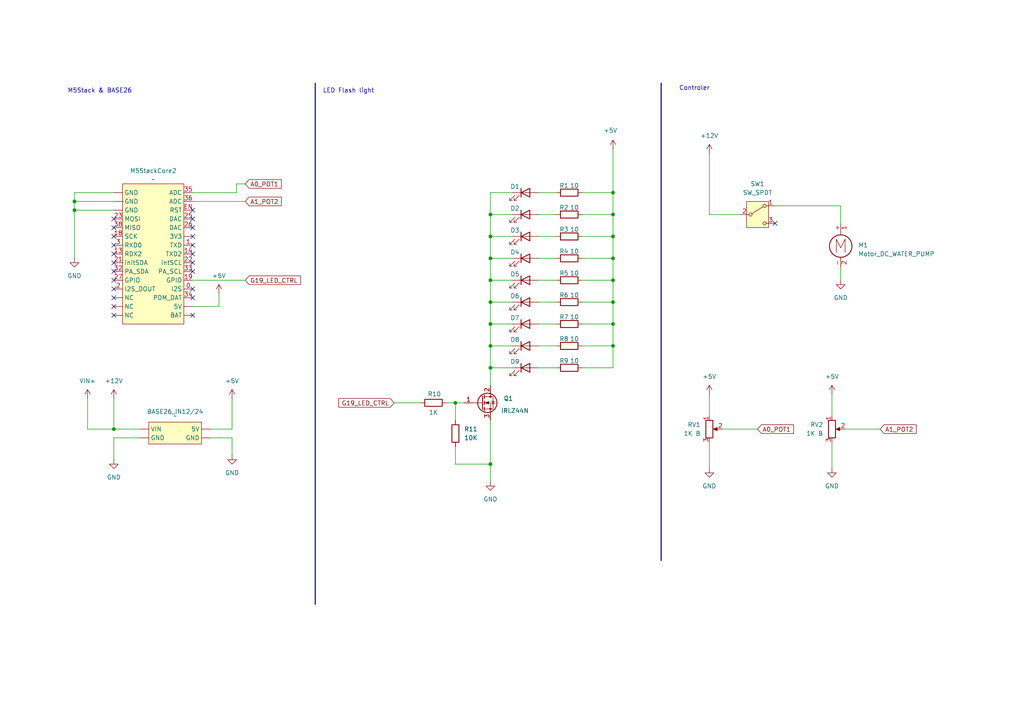
<source format=kicad_sch>
(kicad_sch (version 20231120) (generator "eeschema") (generator_version "8.0")
  (paper "A4")
  (lib_symbols
    (symbol "Device:LED" (pin_numbers hide) (pin_names (offset 1.016) hide)
      (property "Reference" "D" (at 0 2.54 0))
      (property "Value" "LED" (at 0 -2.54 0))
      (symbol "LED_0_1"
        (polyline (pts (xy -1.27 -1.27) (xy -1.27 1.27)) (stroke (width 0.254)))
        (polyline (pts (xy -1.27 0) (xy 1.27 0)))
        (polyline (pts (xy 1.27 -1.27) (xy 1.27 1.27) (xy -1.27 0) (xy 1.27 -1.27)) (stroke (width 0.254)))
        (polyline (pts (xy -3.048 -0.762) (xy -4.572 -2.286) (xy -3.81 -2.286) (xy -4.572 -2.286) (xy -4.572 -1.524)))
        (polyline (pts (xy -1.778 -0.762) (xy -3.302 -2.286) (xy -2.54 -2.286) (xy -3.302 -2.286) (xy -3.302 -1.524)))
      )
      (symbol "LED_1_1"
        (pin passive line (at -3.81 0 0) (length 2.54) (name "K") (number "1"))
        (pin passive line (at 3.81 0 180) (length 2.54) (name "A") (number "2"))
      )
    )
    (symbol "Device:R" (pin_numbers hide) (pin_names (offset 0))
      (property "Reference" "R" (at 2.032 0 90))
      (property "Value" "R" (at 0 0 90))
      (symbol "R_0_1"
        (rectangle (start -1.016 -2.54) (end 1.016 2.54) (stroke (width 0.254)))
      )
      (symbol "R_1_1"
        (pin passive line (at 0 3.81 270) (length 1.27) (name "~") (number "1"))
        (pin passive line (at 0 -3.81 90) (length 1.27) (name "~") (number "2"))
      )
    )
    (symbol "Device:R_Potentiometer" (pin_names (offset 1.016) hide)
      (property "Reference" "RV" (at -4.445 0 90))
      (property "Value" "R_Potentiometer" (at -2.54 0 90))
      (symbol "R_Potentiometer_0_1"
        (polyline (pts (xy 2.54 0) (xy 1.524 0)))
        (polyline (pts (xy 1.143 0) (xy 2.286 0.508) (xy 2.286 -0.508) (xy 1.143 0)) (fill (type outline)))
        (rectangle (start 1.016 2.54) (end -1.016 -2.54) (stroke (width 0.254)))
      )
      (symbol "R_Potentiometer_1_1"
        (pin passive line (at 0 3.81 270) (length 1.27) (name "1") (number "1"))
        (pin passive line (at 3.81 0 180) (length 1.27) (name "2") (number "2"))
        (pin passive line (at 0 -3.81 90) (length 1.27) (name "3") (number "3"))
      )
    )
    (symbol "Motor:Motor_DC" (pin_names (offset 0))
      (property "Reference" "M" (at 2.54 2.54 0))
      (property "Value" "Motor_DC" (at 2.54 -5.08 0))
      (symbol "Motor_DC_0_0"
        (polyline (pts (xy -1.27 -3.302) (xy -1.27 0.508) (xy 0 -2.032) (xy 1.27 0.508) (xy 1.27 -3.302)))
      )
      (symbol "Motor_DC_0_1"
        (circle (center 0 -1.524) (radius 3.2512) (stroke (width 0.254)))
        (polyline (pts (xy 0 -7.62) (xy 0 -7.112)))
        (polyline (pts (xy 0 -4.7752) (xy 0 -5.1816)))
        (polyline (pts (xy 0 1.7272) (xy 0 2.0828)))
        (polyline (pts (xy 0 2.032) (xy 0 2.54)))
      )
      (symbol "Motor_DC_1_1"
        (pin passive line (at 0 5.08 270) (length 2.54) (name "+") (number "1"))
        (pin passive line (at 0 -7.62 90) (length 2.54) (name "-") (number "2"))
      )
    )
    (symbol "Switch:SW_SPDT" (pin_names (offset 0) hide)
      (property "Reference" "SW" (at 0 5.08 0))
      (property "Value" "SW_SPDT" (at 0 -5.08 0))
      (symbol "SW_SPDT_0_1"
        (circle (center -2.032 0) (radius 0.4572))
        (polyline (pts (xy -1.651 0.254) (xy 1.651 2.286)))
        (circle (center 2.032 -2.54) (radius 0.4572))
        (circle (center 2.032 2.54) (radius 0.4572))
      )
      (symbol "SW_SPDT_1_1"
        (rectangle (start -3.175 3.81) (end 3.175 -3.81) (fill (type background)))
        (pin passive line (at 5.08 2.54 180) (length 2.54) (name "A") (number "1"))
        (pin passive line (at -5.08 0 0) (length 2.54) (name "B") (number "2"))
        (pin passive line (at 5.08 -2.54 180) (length 2.54) (name "C") (number "3"))
      )
    )
    (symbol "Transistor_FET:IRLZ44N" (pin_names hide)
      (property "Reference" "Q" (at 5.08 1.905 0))
      (property "Value" "IRLZ44N" (at 5.08 0 0))
      (symbol "IRLZ44N_0_1"
        (polyline (pts (xy 0.254 0) (xy -2.54 0)))
        (polyline (pts (xy 0.254 1.905) (xy 0.254 -1.905)) (stroke (width 0.254)))
        (polyline (pts (xy 0.762 -1.27) (xy 0.762 -2.286)) (stroke (width 0.254)))
        (polyline (pts (xy 0.762 0.508) (xy 0.762 -0.508)) (stroke (width 0.254)))
        (polyline (pts (xy 0.762 2.286) (xy 0.762 1.27)) (stroke (width 0.254)))
        (polyline (pts (xy 2.54 2.54) (xy 2.54 1.778)))
        (polyline (pts (xy 2.54 -2.54) (xy 2.54 0) (xy 0.762 0)))
        (polyline (pts (xy 0.762 -1.778) (xy 3.302 -1.778) (xy 3.302 1.778) (xy 0.762 1.778)))
        (polyline (pts (xy 1.016 0) (xy 2.032 0.381) (xy 2.032 -0.381) (xy 1.016 0)) (fill (type outline)))
        (polyline (pts (xy 2.794 0.508) (xy 2.921 0.381) (xy 3.683 0.381) (xy 3.81 0.254)))
        (polyline (pts (xy 3.302 0.381) (xy 2.921 -0.254) (xy 3.683 -0.254) (xy 3.302 0.381)))
        (circle (center 1.651 0) (radius 2.794) (stroke (width 0.254)))
        (circle (center 2.54 -1.778) (radius 0.254) (fill (type outline)))
        (circle (center 2.54 1.778) (radius 0.254) (fill (type outline)))
      )
      (symbol "IRLZ44N_1_1"
        (pin input line (at -5.08 0 0) (length 2.54) (name "G") (number "1"))
        (pin passive line (at 2.54 5.08 270) (length 2.54) (name "D") (number "2"))
        (pin passive line (at 2.54 -5.08 90) (length 2.54) (name "S") (number "3"))
      )
    )
    (symbol "m5stack_Library:BASE26_IN12/24"
      (property "Reference" "BASE26_IN12/24" (at 0 0 0))
      (symbol "BASE26_IN12/24_0_1"
        (rectangle (start 1.27 -4.318) (end 1.27 -4.318))
      )
      (symbol "BASE26_IN12/24_1_1"
        (rectangle (start -7.62 -1.778) (end 7.62 -8.128) (fill (type background)))
        (pin power_out line (at 10.16 -3.81 180) (length 2.54) (name "5V") (number ""))
        (pin power_in line (at -10.16 -6.35 0) (length 2.54) (name "GND") (number ""))
        (pin power_out line (at 10.16 -6.35 180) (length 2.54) (name "GND") (number ""))
        (pin power_in line (at -10.16 -3.81 0) (length 2.54) (name "VIN") (number ""))
      )
    )
    (symbol "m5stack_Library:m5stack_core2"
      (property "Reference" "M5StackCore2" (at 0.508 1.27 0))
      (symbol "m5stack_core2_1_1"
        (rectangle (start -8.89 0) (end 8.89 -40.64) (fill (type background)))
        (pin output line (at 11.43 -15.24 180) (length 2.54) (name "3V3") (number ""))
        (pin output line (at 11.43 -35.56 180) (length 2.54) (name "5V") (number ""))
        (pin output line (at 11.43 -38.1 180) (length 2.54) (name "BAT") (number ""))
        (pin power_out line (at -11.43 -7.62 0) (length 2.54) (name "GND") (number ""))
        (pin power_out line (at -11.43 -5.08 0) (length 2.54) (name "GND") (number ""))
        (pin power_out line (at -11.43 -2.54 0) (length 2.54) (name "GND") (number ""))
        (pin bidirectional line (at -11.43 -38.1 0) (length 2.54) (name "NC") (number ""))
        (pin bidirectional line (at -11.43 -35.56 0) (length 2.54) (name "NC") (number ""))
        (pin bidirectional line (at -11.43 -33.02 0) (length 2.54) (name "NC") (number ""))
        (pin bidirectional line (at 11.43 -30.48 180) (length 2.54) (name "I2S") (number "0"))
        (pin bidirectional line (at 11.43 -17.78 180) (length 2.54) (name "TXD") (number "1"))
        (pin bidirectional line (at -11.43 -20.32 0) (length 2.54) (name "RDX2") (number "13"))
        (pin bidirectional line (at 11.43 -20.32 180) (length 2.54) (name "TXD2") (number "14"))
        (pin bidirectional line (at -11.43 -15.24 0) (length 2.54) (name "SCK") (number "18"))
        (pin bidirectional line (at 11.43 -27.94 180) (length 2.54) (name "GPIO") (number "19"))
        (pin bidirectional line (at -11.43 -30.48 0) (length 2.54) (name "I2S_DOUT") (number "2"))
        (pin bidirectional line (at -11.43 -22.86 0) (length 2.54) (name "initSDA") (number "21"))
        (pin bidirectional line (at 11.43 -22.86 180) (length 2.54) (name "intSCL") (number "22"))
        (pin bidirectional line (at -11.43 -10.16 0) (length 2.54) (name "MOSI") (number "23"))
        (pin bidirectional line (at 11.43 -10.16 180) (length 2.54) (name "DAC") (number "25"))
        (pin bidirectional line (at 11.43 -12.7 180) (length 2.54) (name "DAC") (number "26"))
        (pin bidirectional line (at -11.43 -27.94 0) (length 2.54) (name "GPIO") (number "27"))
        (pin bidirectional line (at -11.43 -17.78 0) (length 2.54) (name "RXD0") (number "3"))
        (pin bidirectional line (at -11.43 -25.4 0) (length 2.54) (name "PA_SDA") (number "32"))
        (pin bidirectional line (at 11.43 -25.4 180) (length 2.54) (name "PA_SCL") (number "33"))
        (pin bidirectional line (at 11.43 -33.02 180) (length 2.54) (name "PDM_DAT") (number "34"))
        (pin bidirectional line (at 11.43 -2.54 180) (length 2.54) (name "ADC") (number "35"))
        (pin bidirectional line (at 11.43 -5.08 180) (length 2.54) (name "ADC") (number "36"))
        (pin bidirectional line (at -11.43 -12.7 0) (length 2.54) (name "MISO") (number "38"))
        (pin bidirectional line (at 11.43 -7.62 180) (length 2.54) (name "RST") (number "EN"))
      )
    )
    (symbol "power:+12V" (power) (pin_numbers hide) (pin_names (offset 0) hide)
      (property "Value" "+12V" (at 0 3.556 0))
      (symbol "+12V_0_1"
        (polyline (pts (xy -0.762 1.27) (xy 0 2.54)))
        (polyline (pts (xy 0 0) (xy 0 2.54)))
        (polyline (pts (xy 0 2.54) (xy 0.762 1.27)))
      )
      (symbol "+12V_1_1"
        (pin power_in line (at 0 0 90) (length 0) (name "~") (number "1"))
      )
    )
    (symbol "power:+5V" (power) (pin_numbers hide) (pin_names (offset 0) hide)
      (property "Value" "+5V" (at 0 3.556 0))
      (symbol "+5V_0_1"
        (polyline (pts (xy -0.762 1.27) (xy 0 2.54)))
        (polyline (pts (xy 0 0) (xy 0 2.54)))
        (polyline (pts (xy 0 2.54) (xy 0.762 1.27)))
      )
      (symbol "+5V_1_1"
        (pin power_in line (at 0 0 90) (length 0) (name "~") (number "1"))
      )
    )
    (symbol "power:GND" (power) (pin_numbers hide) (pin_names (offset 0) hide)
      (property "Value" "GND" (at 0 -3.81 0))
      (symbol "GND_0_1"
        (polyline (pts (xy 0 0) (xy 0 -1.27) (xy 1.27 -1.27) (xy 0 -2.54) (xy -1.27 -1.27) (xy 0 -1.27)))
      )
      (symbol "GND_1_1"
        (pin power_in line (at 0 0 270) (length 0) (name "~") (number "1"))
      )
    )
    (symbol "power:VBUS" (power) (pin_numbers hide) (pin_names (offset 0) hide)
      (property "Value" "VBUS" (at 0 3.556 0))
      (symbol "VBUS_0_1"
        (polyline (pts (xy -0.762 1.27) (xy 0 2.54)))
        (polyline (pts (xy 0 0) (xy 0 2.54)))
        (polyline (pts (xy 0 2.54) (xy 0.762 1.27)))
      )
      (symbol "VBUS_1_1"
        (pin power_in line (at 0 0 90) (length 0) (name "~") (number "1"))
      )
    )
  )
  (junction (at 132.08 116.84))
  (junction (at 21.59 60.96))
  (junction (at 142.24 100.33))
  (junction (at 142.24 106.68))
  (junction (at 33.02 124.46))
  (junction (at 177.8 55.88))
  (junction (at 142.24 87.63))
  (junction (at 177.8 93.98))
  (junction (at 177.8 68.58))
  (junction (at 177.8 62.23))
  (junction (at 142.24 68.58))
  (junction (at 142.24 62.23))
  (junction (at 177.8 81.28))
  (junction (at 177.8 100.33))
  (junction (at 177.8 87.63))
  (junction (at 142.24 81.28))
  (junction (at 177.8 74.93))
  (junction (at 142.24 74.93))
  (junction (at 142.24 93.98))
  (junction (at 21.59 58.42))
  (junction (at 142.24 134.62))
  (no_connect (at 33.02 78.74))
  (no_connect (at 55.88 66.04))
  (no_connect (at 55.88 73.66))
  (no_connect (at 33.02 81.28))
  (no_connect (at 55.88 83.82))
  (no_connect (at 33.02 88.9))
  (no_connect (at 33.02 73.66))
  (no_connect (at 33.02 83.82))
  (no_connect (at 55.88 78.74))
  (no_connect (at 33.02 63.5))
  (no_connect (at 224.79 64.77))
  (no_connect (at 55.88 76.2))
  (no_connect (at 33.02 71.12))
  (no_connect (at 55.88 60.96))
  (no_connect (at 55.88 68.58))
  (no_connect (at 55.88 86.36))
  (no_connect (at 33.02 86.36))
  (no_connect (at 33.02 91.44))
  (no_connect (at 55.88 91.44))
  (no_connect (at 55.88 71.12))
  (no_connect (at 55.88 63.5))
  (no_connect (at 33.02 76.2))
  (no_connect (at 33.02 66.04))
  (no_connect (at 33.02 68.58))
  (wire (pts (xy 177.8 87.63) (xy 177.8 93.98)))
  (wire (pts (xy 60.96 124.46) (xy 67.31 124.46)))
  (wire (pts (xy 33.02 124.46) (xy 40.64 124.46)))
  (wire (pts (xy 67.31 127) (xy 67.31 132.08)))
  (wire (pts (xy 21.59 55.88) (xy 21.59 58.42)))
  (wire (pts (xy 142.24 81.28) (xy 142.24 87.63)))
  (wire (pts (xy 241.3 128.27) (xy 241.3 135.89)))
  (wire (pts (xy 60.96 127) (xy 67.31 127)))
  (wire (pts (xy 25.4 115.57) (xy 25.4 124.46)))
  (wire (pts (xy 55.88 58.42) (xy 71.12 58.42)))
  (wire (pts (xy 132.08 116.84) (xy 132.08 121.92)))
  (wire (pts (xy 142.24 134.62) (xy 132.08 134.62)))
  (wire (pts (xy 142.24 106.68) (xy 148.59 106.68)))
  (wire (pts (xy 156.21 100.33) (xy 161.29 100.33)))
  (wire (pts (xy 142.24 134.62) (xy 142.24 139.7)))
  (wire (pts (xy 177.8 74.93) (xy 177.8 81.28)))
  (wire (pts (xy 21.59 58.42) (xy 33.02 58.42)))
  (wire (pts (xy 142.24 62.23) (xy 142.24 68.58)))
  (wire (pts (xy 142.24 68.58) (xy 148.59 68.58)))
  (wire (pts (xy 156.21 74.93) (xy 161.29 74.93)))
  (wire (pts (xy 168.91 74.93) (xy 177.8 74.93)))
  (wire (pts (xy 168.91 100.33) (xy 177.8 100.33)))
  (wire (pts (xy 142.24 100.33) (xy 148.59 100.33)))
  (wire (pts (xy 156.21 68.58) (xy 161.29 68.58)))
  (wire (pts (xy 156.21 93.98) (xy 161.29 93.98)))
  (wire (pts (xy 142.24 55.88) (xy 142.24 62.23)))
  (wire (pts (xy 68.58 55.88) (xy 55.88 55.88)))
  (wire (pts (xy 142.24 55.88) (xy 148.59 55.88)))
  (wire (pts (xy 205.74 128.27) (xy 205.74 135.89)))
  (wire (pts (xy 142.24 81.28) (xy 148.59 81.28)))
  (wire (pts (xy 177.8 55.88) (xy 177.8 62.23)))
  (wire (pts (xy 168.91 93.98) (xy 177.8 93.98)))
  (wire (pts (xy 142.24 74.93) (xy 142.24 81.28)))
  (wire (pts (xy 55.88 81.28) (xy 71.12 81.28)))
  (wire (pts (xy 168.91 87.63) (xy 177.8 87.63)))
  (wire (pts (xy 168.91 62.23) (xy 177.8 62.23)))
  (wire (pts (xy 142.24 106.68) (xy 142.24 111.76)))
  (wire (pts (xy 177.8 43.18) (xy 177.8 55.88)))
  (wire (pts (xy 177.8 62.23) (xy 177.8 68.58)))
  (wire (pts (xy 156.21 62.23) (xy 161.29 62.23)))
  (wire (pts (xy 68.58 53.34) (xy 68.58 55.88)))
  (wire (pts (xy 214.63 62.23) (xy 205.74 62.23)))
  (wire (pts (xy 156.21 55.88) (xy 161.29 55.88)))
  (wire (pts (xy 21.59 58.42) (xy 21.59 60.96)))
  (wire (pts (xy 142.24 74.93) (xy 148.59 74.93)))
  (wire (pts (xy 142.24 87.63) (xy 142.24 93.98)))
  (wire (pts (xy 177.8 68.58) (xy 177.8 74.93)))
  (wire (pts (xy 243.84 59.69) (xy 243.84 64.77)))
  (wire (pts (xy 177.8 93.98) (xy 177.8 100.33)))
  (wire (pts (xy 177.8 100.33) (xy 177.8 106.68)))
  (wire (pts (xy 209.55 124.46) (xy 219.71 124.46)))
  (wire (pts (xy 224.79 59.69) (xy 243.84 59.69)))
  (wire (pts (xy 168.91 68.58) (xy 177.8 68.58)))
  (wire (pts (xy 55.88 88.9) (xy 63.5 88.9)))
  (wire (pts (xy 114.3 116.84) (xy 121.92 116.84)))
  (wire (pts (xy 168.91 55.88) (xy 177.8 55.88)))
  (wire (pts (xy 205.74 44.45) (xy 205.74 62.23)))
  (wire (pts (xy 142.24 100.33) (xy 142.24 106.68)))
  (wire (pts (xy 243.84 77.47) (xy 243.84 81.28)))
  (wire (pts (xy 33.02 127) (xy 33.02 133.35)))
  (wire (pts (xy 21.59 60.96) (xy 21.59 74.93)))
  (wire (pts (xy 40.64 127) (xy 33.02 127)))
  (wire (pts (xy 142.24 121.92) (xy 142.24 134.62)))
  (wire (pts (xy 156.21 87.63) (xy 161.29 87.63)))
  (wire (pts (xy 67.31 115.57) (xy 67.31 124.46)))
  (wire (pts (xy 129.54 116.84) (xy 132.08 116.84)))
  (wire (pts (xy 177.8 81.28) (xy 177.8 87.63)))
  (wire (pts (xy 33.02 55.88) (xy 21.59 55.88)))
  (wire (pts (xy 142.24 93.98) (xy 142.24 100.33)))
  (wire (pts (xy 156.21 81.28) (xy 161.29 81.28)))
  (wire (pts (xy 205.74 114.3) (xy 205.74 120.65)))
  (wire (pts (xy 132.08 116.84) (xy 134.62 116.84)))
  (wire (pts (xy 25.4 124.46) (xy 33.02 124.46)))
  (wire (pts (xy 142.24 62.23) (xy 148.59 62.23)))
  (bus (pts (xy 91.44 24.13) (xy 91.44 175.26)))
  (wire (pts (xy 68.58 53.34) (xy 71.12 53.34)))
  (wire (pts (xy 241.3 114.3) (xy 241.3 120.65)))
  (bus (pts (xy 191.77 24.13) (xy 191.77 162.56)))
  (wire (pts (xy 33.02 115.57) (xy 33.02 124.46)))
  (wire (pts (xy 245.11 124.46) (xy 255.27 124.46)))
  (wire (pts (xy 142.24 68.58) (xy 142.24 74.93)))
  (wire (pts (xy 142.24 93.98) (xy 148.59 93.98)))
  (wire (pts (xy 156.21 106.68) (xy 161.29 106.68)))
  (wire (pts (xy 132.08 134.62) (xy 132.08 129.54)))
  (wire (pts (xy 168.91 81.28) (xy 177.8 81.28)))
  (wire (pts (xy 142.24 87.63) (xy 148.59 87.63)))
  (wire (pts (xy 168.91 106.68) (xy 177.8 106.68)))
  (wire (pts (xy 21.59 60.96) (xy 33.02 60.96)))
  (wire (pts (xy 63.5 85.09) (xy 63.5 88.9)))
  (text "M5Stack & BASE26\n" (at 28.956 26.416 0) (effects (font (size 1.27 1.27))))
  (text "Controler\n" (at 201.422 25.654 0) (effects (font (size 1.27 1.27))))
  (text "LED Flash light" (at 101.092 26.416 0) (effects (font (size 1.27 1.27))))
  (global_label "A0_POT1" (shape input) (at 71.12 53.34 0) (property "Intersheetrefs" "${INTERSHEET_REFS}" (effects (hide yes))))
  (global_label "A1_POT2" (shape input) (at 255.27 124.46 0) (property "Intersheetrefs" "${INTERSHEET_REFS}" (effects (hide yes))))
  (global_label "G19_LED_CTRL" (shape input) (at 71.12 81.28 0) (property "Intersheetrefs" "${INTERSHEET_REFS}" (effects (hide yes))))
  (global_label "G19_LED_CTRL" (shape input) (at 114.3 116.84 180) (property "Intersheetrefs" "${INTERSHEET_REFS}" (effects (hide yes))))
  (global_label "A1_POT2" (shape input) (at 71.12 58.42 0) (property "Intersheetrefs" "${INTERSHEET_REFS}" (effects (hide yes))))
  (global_label "A0_POT1" (shape input) (at 219.71 124.46 0) (property "Intersheetrefs" "${INTERSHEET_REFS}" (effects (hide yes))))
  (symbol (lib_id "Device:R") (at 165.1 93.98 270) (unit 1)
    (property "Reference" "R7" (at 163.576 91.948 90))
    (property "Value" "10" (at 166.624 91.948 90))
    (property "Description" "Resistor" (effects (hide yes)))
  )
  (symbol (lib_id "Device:LED") (at 152.4 68.58 0) (unit 1)
    (property "Reference" "D3" (at 149.352 66.802 0))
    (property "Value" "LED" (effects (hide yes)))
    (property "Description" "Light emitting diode" (effects (hide yes)))
  )
  (symbol (lib_id "power:+12V") (at 33.02 115.57 0) (unit 1)
    (property "Reference" "#PWR011" (effects (hide yes)))
    (property "Value" "+12V" (at 33.02 110.49 0))
    (property "Description" "Power symbol creates a global label with name \"+12V\"" (effects (hide yes)))
  )
  (symbol (lib_id "Device:LED") (at 152.4 87.63 0) (unit 1)
    (property "Reference" "D6" (at 149.352 85.852 0))
    (property "Value" "LED" (effects (hide yes)))
    (property "Description" "Light emitting diode" (effects (hide yes)))
  )
  (symbol (lib_id "Device:R") (at 165.1 106.68 270) (unit 1)
    (property "Reference" "R9" (at 163.576 104.648 90))
    (property "Value" "10" (at 166.624 104.648 90))
    (property "Description" "Resistor" (effects (hide yes)))
  )
  (symbol (lib_id "Device:R") (at 165.1 68.58 270) (unit 1)
    (property "Reference" "R3" (at 163.576 66.548 90))
    (property "Value" "10" (at 166.624 66.548 90))
    (property "Description" "Resistor" (effects (hide yes)))
  )
  (symbol (lib_id "Device:R_Potentiometer") (at 205.74 124.46 0) (unit 1)
    (property "Reference" "RV1" (at 203.2 123.1899 0) (effects (justify right)))
    (property "Value" "1K B" (at 203.2 125.7299 0) (effects (justify right)))
    (property "Description" "Potentiometer" (effects (hide yes)))
  )
  (symbol (lib_id "Device:R") (at 165.1 55.88 270) (unit 1)
    (property "Reference" "R1" (at 163.576 53.848 90))
    (property "Value" "10" (at 166.624 53.848 90))
    (property "Description" "Resistor" (effects (hide yes)))
  )
  (symbol (lib_id "Device:R") (at 165.1 74.93 270) (unit 1)
    (property "Reference" "R4" (at 163.576 72.898 90))
    (property "Value" "10" (at 166.624 72.898 90))
    (property "Description" "Resistor" (effects (hide yes)))
  )
  (symbol (lib_id "power:+5V") (at 177.8 43.18 0) (unit 1)
    (property "Reference" "#PWR01" (effects (hide yes)))
    (property "Value" "+5V" (at 177.038 37.846 0))
    (property "Description" "Power symbol creates a global label with name \"+5V\"" (effects (hide yes)))
  )
  (symbol (lib_id "Device:R") (at 132.08 125.73 0) (unit 1)
    (property "Reference" "R11" (at 134.62 124.4599 0) (effects (justify left)))
    (property "Value" "10K" (at 134.62 126.9999 0) (effects (justify left)))
    (property "Description" "Resistor" (effects (hide yes)))
  )
  (symbol (lib_id "Device:R") (at 165.1 62.23 270) (unit 1)
    (property "Reference" "R2" (at 163.576 60.198 90))
    (property "Value" "10" (at 166.624 60.198 90))
    (property "Description" "Resistor" (effects (hide yes)))
  )
  (symbol (lib_id "power:GND") (at 243.84 81.28 0) (unit 1)
    (property "Reference" "#PWR04" (effects (hide yes)))
    (property "Value" "GND" (at 243.84 86.36 0))
    (property "Description" "Power symbol creates a global label with name \"GND\" , ground" (effects (hide yes)))
  )
  (symbol (lib_id "power:+5V") (at 205.74 114.3 0) (unit 1)
    (property "Reference" "#PWR05" (effects (hide yes)))
    (property "Value" "+5V" (at 205.74 109.22 0))
    (property "Description" "Power symbol creates a global label with name \"+5V\"" (effects (hide yes)))
  )
  (symbol (lib_id "m5stack_Library:BASE26_IN12/24") (at 50.8 120.65 0) (unit 1)
    (property "Reference" "BASE26_IN12/24" (at 50.8 119.38 0))
    (property "Value" "~" (at 50.8 120.65 0))
  )
  (symbol (lib_id "power:GND") (at 142.24 139.7 0) (unit 1)
    (property "Reference" "#PWR02" (effects (hide yes)))
    (property "Value" "GND" (at 142.24 144.78 0))
    (property "Description" "Power symbol creates a global label with name \"GND\" , ground" (effects (hide yes)))
  )
  (symbol (lib_id "Device:R") (at 165.1 81.28 270) (unit 1)
    (property "Reference" "R5" (at 163.576 79.248 90))
    (property "Value" "10" (at 166.624 79.248 90))
    (property "Description" "Resistor" (effects (hide yes)))
  )
  (symbol (lib_id "power:+5V") (at 67.31 115.57 0) (unit 1)
    (property "Reference" "#PWR09" (effects (hide yes)))
    (property "Value" "+5V" (at 67.31 110.49 0))
    (property "Description" "Power symbol creates a global label with name \"+5V\"" (effects (hide yes)))
  )
  (symbol (lib_id "Transistor_FET:IRLZ44N") (at 139.7 116.84 0) (unit 1)
    (property "Reference" "Q1" (at 146.05 115.5699 0) (effects (justify left)))
    (property "Value" "IRLZ44N" (at 145.288 119.126 0) (effects (justify left)))
    (property "Footprint" "Package_TO_SOT_THT:TO-220-3_Vertical" (effects (hide yes)))
    (property "Datasheet" "http://www.irf.com/product-info/datasheets/data/irlz44n.pdf" (effects (hide yes)))
    (property "Description" "47A Id, 55V Vds, 22mOhm Rds Single N-Channel HEXFET Power MOSFET, TO-220AB" (effects (hide yes)))
  )
  (symbol (lib_id "Motor:Motor_DC") (at 243.84 69.85 0) (unit 1)
    (property "Reference" "M1" (at 248.92 71.1199 0) (effects (justify left)))
    (property "Value" "Motor_DC_WATER_PUMP" (at 248.92 73.6599 0) (effects (justify left)))
    (property "Description" "DC Motor" (effects (hide yes)))
  )
  (symbol (lib_id "Device:LED") (at 152.4 62.23 0) (unit 1)
    (property "Reference" "D2" (at 149.352 60.452 0))
    (property "Value" "LED" (effects (hide yes)))
    (property "Description" "Light emitting diode" (effects (hide yes)))
  )
  (symbol (lib_id "Device:LED") (at 152.4 81.28 0) (unit 1)
    (property "Reference" "D5" (at 149.352 79.502 0))
    (property "Value" "LED" (effects (hide yes)))
    (property "Description" "Light emitting diode" (effects (hide yes)))
  )
  (symbol (lib_id "power:GND") (at 33.02 133.35 0) (unit 1)
    (property "Reference" "#PWR010" (effects (hide yes)))
    (property "Value" "GND" (at 33.02 138.43 0))
    (property "Description" "Power symbol creates a global label with name \"GND\" , ground" (effects (hide yes)))
  )
  (symbol (lib_id "Device:R") (at 125.73 116.84 270) (unit 1)
    (property "Reference" "R10" (at 125.984 114.3 90))
    (property "Value" "1K" (at 125.73 119.634 90))
    (property "Description" "Resistor" (effects (hide yes)))
  )
  (symbol (lib_id "power:+12V") (at 205.74 44.45 0) (unit 1)
    (property "Reference" "#PWR03" (effects (hide yes)))
    (property "Value" "+12V" (at 205.74 39.37 0))
    (property "Description" "Power symbol creates a global label with name \"+12V\"" (effects (hide yes)))
  )
  (symbol (lib_id "m5stack_Library:m5stack_core2") (at 44.45 53.34 0) (unit 1)
    (property "Reference" "M5StackCore2" (at 44.45 49.53 0))
    (property "Value" "~" (at 44.45 52.07 0))
  )
  (symbol (lib_id "Switch:SW_SPDT") (at 219.71 62.23 0) (unit 1)
    (property "Reference" "SW1" (at 219.71 53.34 0))
    (property "Value" "SW_SPDT" (at 219.71 55.88 0))
    (property "Description" "Switch, single pole double throw" (effects (hide yes)))
  )
  (symbol (lib_id "Device:R_Potentiometer") (at 241.3 124.46 0) (unit 1)
    (property "Reference" "RV2" (at 238.76 123.1899 0) (effects (justify right)))
    (property "Value" "1K B" (at 238.76 125.7299 0) (effects (justify right)))
    (property "Description" "Potentiometer" (effects (hide yes)))
  )
  (symbol (lib_id "Device:LED") (at 152.4 106.68 0) (unit 1)
    (property "Reference" "D9" (at 149.352 104.902 0))
    (property "Value" "LED" (effects (hide yes)))
    (property "Description" "Light emitting diode" (effects (hide yes)))
  )
  (symbol (lib_id "power:VBUS") (at 25.4 115.57 0) (unit 1)
    (property "Reference" "#PWR015" (effects (hide yes)))
    (property "Value" "VIN+" (at 25.4 110.49 0))
    (property "Description" "Power symbol creates a global label with name \"VBUS\"" (effects (hide yes)))
  )
  (symbol (lib_id "power:GND") (at 21.59 74.93 0) (unit 1)
    (property "Reference" "#PWR012" (effects (hide yes)))
    (property "Value" "GND" (at 21.59 80.01 0))
    (property "Description" "Power symbol creates a global label with name \"GND\" , ground" (effects (hide yes)))
  )
  (symbol (lib_id "power:+5V") (at 63.5 85.09 0) (unit 1)
    (property "Reference" "#PWR013" (effects (hide yes)))
    (property "Value" "+5V" (at 63.5 80.01 0))
    (property "Description" "Power symbol creates a global label with name \"+5V\"" (effects (hide yes)))
  )
  (symbol (lib_id "Device:LED") (at 152.4 74.93 0) (unit 1)
    (property "Reference" "D4" (at 149.352 73.152 0))
    (property "Value" "LED" (effects (hide yes)))
    (property "Description" "Light emitting diode" (effects (hide yes)))
  )
  (symbol (lib_id "Device:R") (at 165.1 100.33 270) (unit 1)
    (property "Reference" "R8" (at 163.576 98.298 90))
    (property "Value" "10" (at 166.624 98.298 90))
    (property "Description" "Resistor" (effects (hide yes)))
  )
  (symbol (lib_id "power:GND") (at 241.3 135.89 0) (unit 1)
    (property "Reference" "#PWR08" (effects (hide yes)))
    (property "Value" "GND" (at 241.3 140.97 0))
    (property "Description" "Power symbol creates a global label with name \"GND\" , ground" (effects (hide yes)))
  )
  (symbol (lib_id "power:GND") (at 67.31 132.08 0) (unit 1)
    (property "Reference" "#PWR014" (effects (hide yes)))
    (property "Value" "GND" (at 67.31 137.16 0))
    (property "Description" "Power symbol creates a global label with name \"GND\" , ground" (effects (hide yes)))
  )
  (symbol (lib_id "Device:R") (at 165.1 87.63 270) (unit 1)
    (property "Reference" "R6" (at 163.576 85.598 90))
    (property "Value" "10" (at 166.624 85.598 90))
    (property "Description" "Resistor" (effects (hide yes)))
  )
  (symbol (lib_id "power:GND") (at 205.74 135.89 0) (unit 1)
    (property "Reference" "#PWR07" (effects (hide yes)))
    (property "Value" "GND" (at 205.74 140.97 0))
    (property "Description" "Power symbol creates a global label with name \"GND\" , ground" (effects (hide yes)))
  )
  (symbol (lib_id "Device:LED") (at 152.4 100.33 0) (unit 1)
    (property "Reference" "D8" (at 149.352 98.552 0))
    (property "Value" "LED" (effects (hide yes)))
    (property "Description" "Light emitting diode" (effects (hide yes)))
  )
  (symbol (lib_id "Device:LED") (at 152.4 93.98 0) (unit 1)
    (property "Reference" "D7" (at 149.352 92.202 0))
    (property "Value" "LED" (effects (hide yes)))
    (property "Description" "Light emitting diode" (effects (hide yes)))
  )
  (symbol (lib_id "power:+5V") (at 241.3 114.3 0) (unit 1)
    (property "Reference" "#PWR06" (effects (hide yes)))
    (property "Value" "+5V" (at 241.3 109.22 0))
    (property "Description" "Power symbol creates a global label with name \"+5V\"" (effects (hide yes)))
  )
  (symbol (lib_id "Device:LED") (at 152.4 55.88 0) (unit 1)
    (property "Reference" "D1" (at 149.352 54.102 0))
    (property "Value" "LED" (effects (hide yes)))
    (property "Description" "Light emitting diode" (effects (hide yes)))
  )
)
</source>
